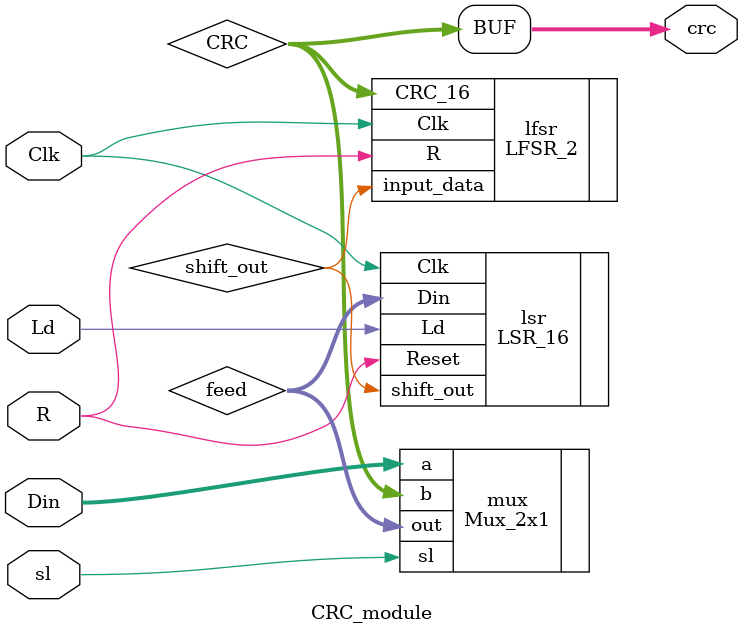
<source format=v>
`timescale 1ns / 1ps
module CRC_module(Din, Clk, R, Ld, sl,crc
    );
	 input [3:0]Din;
	 input Clk;
	 input R;
	 input Ld, sl;
	 output [15:0] crc;
	 wire [19:0]feed;
	 wire shift_out;
	 wire [15:0] CRC;
	 assign crc = CRC;
	 Mux_2x1 mux(.sl(sl), .a(Din), .b(CRC), .out(feed));
	 LSR_16 lsr(.Din(feed), .Clk(Clk), .Reset(R), .Ld(Ld) , .shift_out(shift_out));
	 LFSR_2 lfsr(.R(R), .Clk(Clk), .input_data(shift_out), .CRC_16(CRC));
endmodule
</source>
